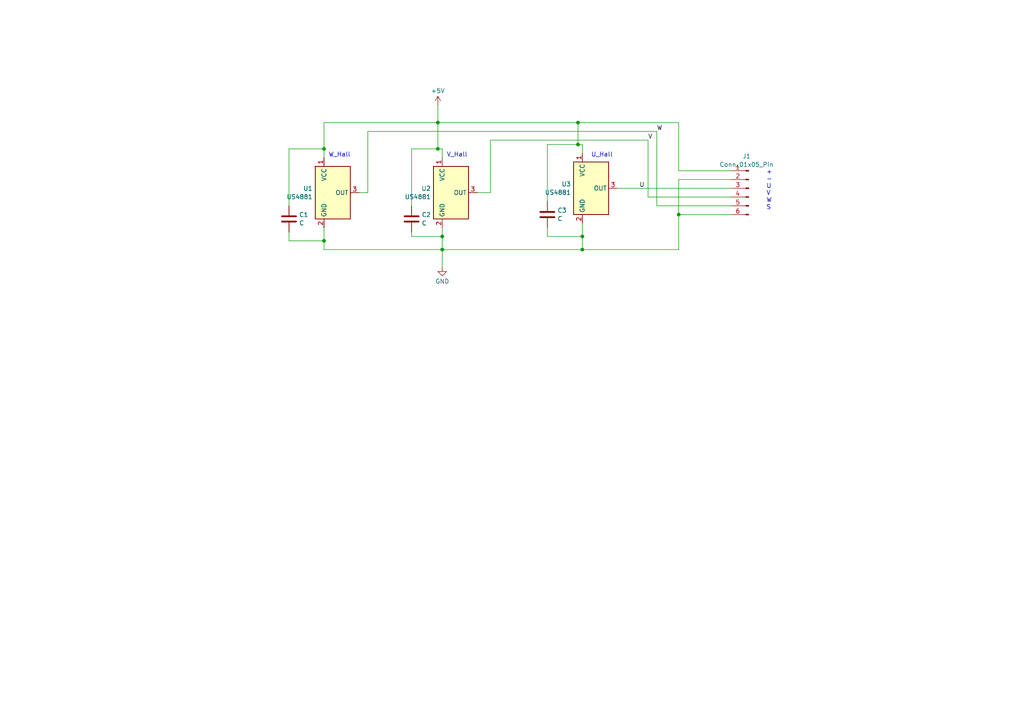
<source format=kicad_sch>
(kicad_sch (version 20230121) (generator eeschema)

  (uuid dbb886c4-206c-4b4e-978e-02037fee67dc)

  (paper "A4")

  (lib_symbols
    (symbol "Connector:Conn_01x06_Pin" (pin_names (offset 1.016) hide) (in_bom yes) (on_board yes)
      (property "Reference" "J" (at 0 7.62 0)
        (effects (font (size 1.27 1.27)))
      )
      (property "Value" "Conn_01x06_Pin" (at 0 -10.16 0)
        (effects (font (size 1.27 1.27)))
      )
      (property "Footprint" "" (at 0 0 0)
        (effects (font (size 1.27 1.27)) hide)
      )
      (property "Datasheet" "~" (at 0 0 0)
        (effects (font (size 1.27 1.27)) hide)
      )
      (property "ki_locked" "" (at 0 0 0)
        (effects (font (size 1.27 1.27)))
      )
      (property "ki_keywords" "connector" (at 0 0 0)
        (effects (font (size 1.27 1.27)) hide)
      )
      (property "ki_description" "Generic connector, single row, 01x06, script generated" (at 0 0 0)
        (effects (font (size 1.27 1.27)) hide)
      )
      (property "ki_fp_filters" "Connector*:*_1x??_*" (at 0 0 0)
        (effects (font (size 1.27 1.27)) hide)
      )
      (symbol "Conn_01x06_Pin_1_1"
        (polyline
          (pts
            (xy 1.27 -7.62)
            (xy 0.8636 -7.62)
          )
          (stroke (width 0.1524) (type default))
          (fill (type none))
        )
        (polyline
          (pts
            (xy 1.27 -5.08)
            (xy 0.8636 -5.08)
          )
          (stroke (width 0.1524) (type default))
          (fill (type none))
        )
        (polyline
          (pts
            (xy 1.27 -2.54)
            (xy 0.8636 -2.54)
          )
          (stroke (width 0.1524) (type default))
          (fill (type none))
        )
        (polyline
          (pts
            (xy 1.27 0)
            (xy 0.8636 0)
          )
          (stroke (width 0.1524) (type default))
          (fill (type none))
        )
        (polyline
          (pts
            (xy 1.27 2.54)
            (xy 0.8636 2.54)
          )
          (stroke (width 0.1524) (type default))
          (fill (type none))
        )
        (polyline
          (pts
            (xy 1.27 5.08)
            (xy 0.8636 5.08)
          )
          (stroke (width 0.1524) (type default))
          (fill (type none))
        )
        (rectangle (start 0.8636 -7.493) (end 0 -7.747)
          (stroke (width 0.1524) (type default))
          (fill (type outline))
        )
        (rectangle (start 0.8636 -4.953) (end 0 -5.207)
          (stroke (width 0.1524) (type default))
          (fill (type outline))
        )
        (rectangle (start 0.8636 -2.413) (end 0 -2.667)
          (stroke (width 0.1524) (type default))
          (fill (type outline))
        )
        (rectangle (start 0.8636 0.127) (end 0 -0.127)
          (stroke (width 0.1524) (type default))
          (fill (type outline))
        )
        (rectangle (start 0.8636 2.667) (end 0 2.413)
          (stroke (width 0.1524) (type default))
          (fill (type outline))
        )
        (rectangle (start 0.8636 5.207) (end 0 4.953)
          (stroke (width 0.1524) (type default))
          (fill (type outline))
        )
        (pin passive line (at 5.08 5.08 180) (length 3.81)
          (name "Pin_1" (effects (font (size 1.27 1.27))))
          (number "1" (effects (font (size 1.27 1.27))))
        )
        (pin passive line (at 5.08 2.54 180) (length 3.81)
          (name "Pin_2" (effects (font (size 1.27 1.27))))
          (number "2" (effects (font (size 1.27 1.27))))
        )
        (pin passive line (at 5.08 0 180) (length 3.81)
          (name "Pin_3" (effects (font (size 1.27 1.27))))
          (number "3" (effects (font (size 1.27 1.27))))
        )
        (pin passive line (at 5.08 -2.54 180) (length 3.81)
          (name "Pin_4" (effects (font (size 1.27 1.27))))
          (number "4" (effects (font (size 1.27 1.27))))
        )
        (pin passive line (at 5.08 -5.08 180) (length 3.81)
          (name "Pin_5" (effects (font (size 1.27 1.27))))
          (number "5" (effects (font (size 1.27 1.27))))
        )
        (pin passive line (at 5.08 -7.62 180) (length 3.81)
          (name "Pin_6" (effects (font (size 1.27 1.27))))
          (number "6" (effects (font (size 1.27 1.27))))
        )
      )
    )
    (symbol "Device:C" (pin_numbers hide) (pin_names (offset 0.254)) (in_bom yes) (on_board yes)
      (property "Reference" "C" (at 0.635 2.54 0)
        (effects (font (size 1.27 1.27)) (justify left))
      )
      (property "Value" "C" (at 0.635 -2.54 0)
        (effects (font (size 1.27 1.27)) (justify left))
      )
      (property "Footprint" "" (at 0.9652 -3.81 0)
        (effects (font (size 1.27 1.27)) hide)
      )
      (property "Datasheet" "~" (at 0 0 0)
        (effects (font (size 1.27 1.27)) hide)
      )
      (property "ki_keywords" "cap capacitor" (at 0 0 0)
        (effects (font (size 1.27 1.27)) hide)
      )
      (property "ki_description" "Unpolarized capacitor" (at 0 0 0)
        (effects (font (size 1.27 1.27)) hide)
      )
      (property "ki_fp_filters" "C_*" (at 0 0 0)
        (effects (font (size 1.27 1.27)) hide)
      )
      (symbol "C_0_1"
        (polyline
          (pts
            (xy -2.032 -0.762)
            (xy 2.032 -0.762)
          )
          (stroke (width 0.508) (type default))
          (fill (type none))
        )
        (polyline
          (pts
            (xy -2.032 0.762)
            (xy 2.032 0.762)
          )
          (stroke (width 0.508) (type default))
          (fill (type none))
        )
      )
      (symbol "C_1_1"
        (pin passive line (at 0 3.81 270) (length 2.794)
          (name "~" (effects (font (size 1.27 1.27))))
          (number "1" (effects (font (size 1.27 1.27))))
        )
        (pin passive line (at 0 -3.81 90) (length 2.794)
          (name "~" (effects (font (size 1.27 1.27))))
          (number "2" (effects (font (size 1.27 1.27))))
        )
      )
    )
    (symbol "Sensor_Magnetic:DRV5033FAxLPG" (in_bom yes) (on_board yes)
      (property "Reference" "U" (at 5.08 12.7 0)
        (effects (font (size 1.27 1.27)))
      )
      (property "Value" "DRV5033FAxLPG" (at 7.62 10.16 0)
        (effects (font (size 1.27 1.27)))
      )
      (property "Footprint" "Package_TO_SOT_THT:TO-92_Inline" (at 0 0 0)
        (effects (font (size 1.27 1.27)) hide)
      )
      (property "Datasheet" "https://www.ti.com/lit/ds/symlink/drv5033.pdf" (at 0 0 0)
        (effects (font (size 1.27 1.27)) hide)
      )
      (property "ki_keywords" "Digital Omnipolar Switch Hall Effect Sensor" (at 0 0 0)
        (effects (font (size 1.27 1.27)) hide)
      )
      (property "ki_description" "±3.5 / ±2 mT, 20-kHz, 2-38V, TO-92" (at 0 0 0)
        (effects (font (size 1.27 1.27)) hide)
      )
      (property "ki_fp_filters" "TO?92*" (at 0 0 0)
        (effects (font (size 1.27 1.27)) hide)
      )
      (symbol "DRV5033FAxLPG_1_1"
        (rectangle (start -5.08 7.62) (end 5.08 -7.62)
          (stroke (width 0.254) (type default))
          (fill (type background))
        )
        (pin power_in line (at -2.54 10.16 270) (length 2.54)
          (name "VCC" (effects (font (size 1.27 1.27))))
          (number "1" (effects (font (size 1.27 1.27))))
        )
        (pin power_in line (at -2.54 -10.16 90) (length 2.54)
          (name "GND" (effects (font (size 1.27 1.27))))
          (number "2" (effects (font (size 1.27 1.27))))
        )
        (pin output line (at 7.62 0 180) (length 2.54)
          (name "OUT" (effects (font (size 1.27 1.27))))
          (number "3" (effects (font (size 1.27 1.27))))
        )
      )
    )
    (symbol "power:+5V" (power) (pin_names (offset 0)) (in_bom yes) (on_board yes)
      (property "Reference" "#PWR" (at 0 -3.81 0)
        (effects (font (size 1.27 1.27)) hide)
      )
      (property "Value" "+5V" (at 0 3.556 0)
        (effects (font (size 1.27 1.27)))
      )
      (property "Footprint" "" (at 0 0 0)
        (effects (font (size 1.27 1.27)) hide)
      )
      (property "Datasheet" "" (at 0 0 0)
        (effects (font (size 1.27 1.27)) hide)
      )
      (property "ki_keywords" "global power" (at 0 0 0)
        (effects (font (size 1.27 1.27)) hide)
      )
      (property "ki_description" "Power symbol creates a global label with name \"+5V\"" (at 0 0 0)
        (effects (font (size 1.27 1.27)) hide)
      )
      (symbol "+5V_0_1"
        (polyline
          (pts
            (xy -0.762 1.27)
            (xy 0 2.54)
          )
          (stroke (width 0) (type default))
          (fill (type none))
        )
        (polyline
          (pts
            (xy 0 0)
            (xy 0 2.54)
          )
          (stroke (width 0) (type default))
          (fill (type none))
        )
        (polyline
          (pts
            (xy 0 2.54)
            (xy 0.762 1.27)
          )
          (stroke (width 0) (type default))
          (fill (type none))
        )
      )
      (symbol "+5V_1_1"
        (pin power_in line (at 0 0 90) (length 0) hide
          (name "+5V" (effects (font (size 1.27 1.27))))
          (number "1" (effects (font (size 1.27 1.27))))
        )
      )
    )
    (symbol "power:GND" (power) (pin_names (offset 0)) (in_bom yes) (on_board yes)
      (property "Reference" "#PWR" (at 0 -6.35 0)
        (effects (font (size 1.27 1.27)) hide)
      )
      (property "Value" "GND" (at 0 -3.81 0)
        (effects (font (size 1.27 1.27)))
      )
      (property "Footprint" "" (at 0 0 0)
        (effects (font (size 1.27 1.27)) hide)
      )
      (property "Datasheet" "" (at 0 0 0)
        (effects (font (size 1.27 1.27)) hide)
      )
      (property "ki_keywords" "global power" (at 0 0 0)
        (effects (font (size 1.27 1.27)) hide)
      )
      (property "ki_description" "Power symbol creates a global label with name \"GND\" , ground" (at 0 0 0)
        (effects (font (size 1.27 1.27)) hide)
      )
      (symbol "GND_0_1"
        (polyline
          (pts
            (xy 0 0)
            (xy 0 -1.27)
            (xy 1.27 -1.27)
            (xy 0 -2.54)
            (xy -1.27 -1.27)
            (xy 0 -1.27)
          )
          (stroke (width 0) (type default))
          (fill (type none))
        )
      )
      (symbol "GND_1_1"
        (pin power_in line (at 0 0 270) (length 0) hide
          (name "GND" (effects (font (size 1.27 1.27))))
          (number "1" (effects (font (size 1.27 1.27))))
        )
      )
    )
  )

  (junction (at 167.64 35.56) (diameter 0) (color 0 0 0 0)
    (uuid 1489fca4-f8d2-4cf0-9f83-e4a659bb6dca)
  )
  (junction (at 196.85 62.23) (diameter 0) (color 0 0 0 0)
    (uuid 44577cd9-b93b-4464-85f0-7a42c2e1a6e9)
  )
  (junction (at 127 35.56) (diameter 0) (color 0 0 0 0)
    (uuid 46f5fce5-0e80-49a8-a2d4-cd3dc0b1b164)
  )
  (junction (at 93.98 43.18) (diameter 0) (color 0 0 0 0)
    (uuid 558d30df-2296-4885-8e3f-83a7946fff7e)
  )
  (junction (at 127 43.18) (diameter 0) (color 0 0 0 0)
    (uuid 959277c6-0034-4217-90e6-315848146dc6)
  )
  (junction (at 167.64 41.91) (diameter 0) (color 0 0 0 0)
    (uuid 989e51a6-dc8a-4c31-9e3d-32b044d5ed10)
  )
  (junction (at 128.27 68.58) (diameter 0) (color 0 0 0 0)
    (uuid a044aae3-6438-42e3-8c21-2651fa5409b7)
  )
  (junction (at 128.27 72.39) (diameter 0) (color 0 0 0 0)
    (uuid a16ffd78-74af-4322-88df-9e2e69823f8d)
  )
  (junction (at 168.91 68.58) (diameter 0) (color 0 0 0 0)
    (uuid a79c0020-fe14-4494-9f37-de149c532f43)
  )
  (junction (at 168.91 72.39) (diameter 0) (color 0 0 0 0)
    (uuid d141989e-56e8-4884-8f17-7e357ddc39e3)
  )
  (junction (at 93.98 69.85) (diameter 0) (color 0 0 0 0)
    (uuid e74bff7f-9b19-43ad-b570-cb1805fe8fda)
  )

  (wire (pts (xy 119.38 67.31) (xy 119.38 68.58))
    (stroke (width 0) (type default))
    (uuid 017e3ea7-26bd-47f2-a9d3-9ecc7588b906)
  )
  (wire (pts (xy 127 43.18) (xy 128.27 43.18))
    (stroke (width 0) (type default))
    (uuid 028547b6-0808-40c5-b452-8ee3cd884d1b)
  )
  (wire (pts (xy 196.85 62.23) (xy 212.09 62.23))
    (stroke (width 0) (type default))
    (uuid 04330478-df70-4b54-8581-92ae35698524)
  )
  (wire (pts (xy 138.43 55.88) (xy 142.24 55.88))
    (stroke (width 0) (type default))
    (uuid 0b003afa-daa1-4c39-a666-dd394d65b9b4)
  )
  (wire (pts (xy 83.82 59.69) (xy 83.82 43.18))
    (stroke (width 0) (type default))
    (uuid 0bca3a6c-89d5-4a32-ad3f-f61a43770e78)
  )
  (wire (pts (xy 128.27 72.39) (xy 128.27 77.47))
    (stroke (width 0) (type default))
    (uuid 1110cfdf-278c-45ac-b291-b9d4e5aec99a)
  )
  (wire (pts (xy 128.27 72.39) (xy 128.27 68.58))
    (stroke (width 0) (type default))
    (uuid 12082bc0-e21b-495c-8379-15d30f20b80c)
  )
  (wire (pts (xy 127 35.56) (xy 127 43.18))
    (stroke (width 0) (type default))
    (uuid 1263e5f4-1e61-45b4-8529-35a7a2a22334)
  )
  (wire (pts (xy 196.85 72.39) (xy 196.85 62.23))
    (stroke (width 0) (type default))
    (uuid 1315f84f-ee09-4d92-ad55-e29640640cd1)
  )
  (wire (pts (xy 158.75 58.42) (xy 158.75 41.91))
    (stroke (width 0) (type default))
    (uuid 14b8c7c3-07e8-4fff-85e8-2a03e86e12da)
  )
  (wire (pts (xy 93.98 72.39) (xy 128.27 72.39))
    (stroke (width 0) (type default))
    (uuid 1d733650-7609-4107-a063-a6d09b0c3503)
  )
  (wire (pts (xy 83.82 69.85) (xy 93.98 69.85))
    (stroke (width 0) (type default))
    (uuid 21a5243e-0e2b-47c8-887f-32a200418770)
  )
  (wire (pts (xy 167.64 35.56) (xy 127 35.56))
    (stroke (width 0) (type default))
    (uuid 24a9894a-df99-456b-b2c1-0d6d484f42c2)
  )
  (wire (pts (xy 119.38 43.18) (xy 127 43.18))
    (stroke (width 0) (type default))
    (uuid 25f74e57-03b7-4cd3-b726-8ac621447e71)
  )
  (wire (pts (xy 119.38 68.58) (xy 128.27 68.58))
    (stroke (width 0) (type default))
    (uuid 2d001eed-ebf1-451d-af6c-41fdbcb4715a)
  )
  (wire (pts (xy 106.68 55.88) (xy 106.68 38.1))
    (stroke (width 0) (type default))
    (uuid 3185a213-213c-4ac9-bef2-01bb1c5fa9c5)
  )
  (wire (pts (xy 93.98 45.72) (xy 93.98 43.18))
    (stroke (width 0) (type default))
    (uuid 329c8f86-9533-40e3-871f-e82dff552124)
  )
  (wire (pts (xy 196.85 52.07) (xy 212.09 52.07))
    (stroke (width 0) (type default))
    (uuid 33047435-1467-473d-89cd-28287c67e473)
  )
  (wire (pts (xy 167.64 35.56) (xy 167.64 41.91))
    (stroke (width 0) (type default))
    (uuid 3a4fecdf-5dfa-4d8b-bd5a-d9e2b5acb1ef)
  )
  (wire (pts (xy 93.98 66.04) (xy 93.98 69.85))
    (stroke (width 0) (type default))
    (uuid 52698fd7-bff7-43c4-bb90-c386526b617d)
  )
  (wire (pts (xy 167.64 35.56) (xy 196.85 35.56))
    (stroke (width 0) (type default))
    (uuid 541b9385-4f6d-48e1-b35e-86b62485f020)
  )
  (wire (pts (xy 190.5 38.1) (xy 190.5 59.69))
    (stroke (width 0) (type default))
    (uuid 670f0e77-db4b-47dc-97b3-bd668cd8d817)
  )
  (wire (pts (xy 187.96 40.64) (xy 187.96 57.15))
    (stroke (width 0) (type default))
    (uuid 698ee7a0-d9b8-4ce4-b285-8f57f81ceedd)
  )
  (wire (pts (xy 93.98 43.18) (xy 93.98 35.56))
    (stroke (width 0) (type default))
    (uuid 72649dc2-cb6b-4eda-ab26-c5e2c12c2173)
  )
  (wire (pts (xy 168.91 64.77) (xy 168.91 68.58))
    (stroke (width 0) (type default))
    (uuid 7dfea708-51ad-4a6e-94d6-c56e7874ce9c)
  )
  (wire (pts (xy 106.68 38.1) (xy 190.5 38.1))
    (stroke (width 0) (type default))
    (uuid 8113795d-1494-4f1b-9a18-f222a03906b1)
  )
  (wire (pts (xy 128.27 43.18) (xy 128.27 45.72))
    (stroke (width 0) (type default))
    (uuid 84ecd5cd-0115-4076-b876-ebad32ed6fb9)
  )
  (wire (pts (xy 168.91 72.39) (xy 196.85 72.39))
    (stroke (width 0) (type default))
    (uuid 854fac10-04f0-4901-97c5-4c86a9fcfb42)
  )
  (wire (pts (xy 93.98 69.85) (xy 93.98 72.39))
    (stroke (width 0) (type default))
    (uuid 866c2b24-7bc5-40e5-9ed8-bee3bb24dd78)
  )
  (wire (pts (xy 158.75 41.91) (xy 167.64 41.91))
    (stroke (width 0) (type default))
    (uuid 8e5f23a8-b7e8-47fe-8108-0ae665750485)
  )
  (wire (pts (xy 128.27 68.58) (xy 128.27 66.04))
    (stroke (width 0) (type default))
    (uuid 9b80312b-dd20-4f99-bf3b-2483fc9db144)
  )
  (wire (pts (xy 196.85 52.07) (xy 196.85 62.23))
    (stroke (width 0) (type default))
    (uuid 9cf9dd6c-04a9-453b-a4f6-04b01fbb45d2)
  )
  (wire (pts (xy 168.91 44.45) (xy 168.91 41.91))
    (stroke (width 0) (type default))
    (uuid a9ce2c09-3a19-4050-87c7-f7e4732e4d0b)
  )
  (wire (pts (xy 168.91 72.39) (xy 128.27 72.39))
    (stroke (width 0) (type default))
    (uuid b2c1d24d-7272-4876-b3cd-1db32399f05c)
  )
  (wire (pts (xy 83.82 43.18) (xy 93.98 43.18))
    (stroke (width 0) (type default))
    (uuid b32d3759-342a-4216-b69c-f7d4394a702c)
  )
  (wire (pts (xy 142.24 40.64) (xy 187.96 40.64))
    (stroke (width 0) (type default))
    (uuid b5ff8492-f1f5-4727-8d45-5d860fc06d48)
  )
  (wire (pts (xy 93.98 35.56) (xy 127 35.56))
    (stroke (width 0) (type default))
    (uuid ba049ed8-eb93-45ee-a838-cc6775c35b76)
  )
  (wire (pts (xy 187.96 57.15) (xy 212.09 57.15))
    (stroke (width 0) (type default))
    (uuid bbc9326b-879c-41ab-8ca3-2a32dc9a01d9)
  )
  (wire (pts (xy 119.38 59.69) (xy 119.38 43.18))
    (stroke (width 0) (type default))
    (uuid befe04ce-6832-400e-8da4-c7db13b38820)
  )
  (wire (pts (xy 104.14 55.88) (xy 106.68 55.88))
    (stroke (width 0) (type default))
    (uuid c4534329-e963-4c45-a833-7f0e97740225)
  )
  (wire (pts (xy 158.75 68.58) (xy 168.91 68.58))
    (stroke (width 0) (type default))
    (uuid c6ae2865-c901-4578-a174-e7f2312ff435)
  )
  (wire (pts (xy 190.5 59.69) (xy 212.09 59.69))
    (stroke (width 0) (type default))
    (uuid ce0f18cb-40a5-4cf8-bcbe-ce0356d05772)
  )
  (wire (pts (xy 179.07 54.61) (xy 212.09 54.61))
    (stroke (width 0) (type default))
    (uuid cea3cea5-3df9-410f-b84a-df81bc2ba2b5)
  )
  (wire (pts (xy 167.64 41.91) (xy 168.91 41.91))
    (stroke (width 0) (type default))
    (uuid d8087002-fbbc-4109-a1ef-402eaa6a7eda)
  )
  (wire (pts (xy 142.24 55.88) (xy 142.24 40.64))
    (stroke (width 0) (type default))
    (uuid dc62cd01-d34f-4496-9155-0742035627cc)
  )
  (wire (pts (xy 168.91 68.58) (xy 168.91 72.39))
    (stroke (width 0) (type default))
    (uuid def99c36-37af-4dc1-8a82-29eba43f31df)
  )
  (wire (pts (xy 196.85 35.56) (xy 196.85 49.53))
    (stroke (width 0) (type default))
    (uuid df12207a-0a73-43eb-8710-3c7c32e04b95)
  )
  (wire (pts (xy 127 35.56) (xy 127 30.48))
    (stroke (width 0) (type default))
    (uuid e22c3008-a9c2-4771-9deb-f5b14b8f9f84)
  )
  (wire (pts (xy 83.82 67.31) (xy 83.82 69.85))
    (stroke (width 0) (type default))
    (uuid f7e251ba-33c4-499e-8ff4-1820b9e6be77)
  )
  (wire (pts (xy 196.85 49.53) (xy 212.09 49.53))
    (stroke (width 0) (type default))
    (uuid fac5a7ed-52f4-4ce1-b506-27d95e2a676b)
  )
  (wire (pts (xy 158.75 66.04) (xy 158.75 68.58))
    (stroke (width 0) (type default))
    (uuid fd473b42-bb9b-4580-923b-399fdccea02a)
  )

  (text "W_Hall" (at 95.25 45.72 0)
    (effects (font (size 1.27 1.27)) (justify left bottom))
    (uuid 1c8bdd66-5306-4b4a-bbf9-8e98b69ce1d3)
  )
  (text "U_Hall" (at 171.45 45.72 0)
    (effects (font (size 1.27 1.27)) (justify left bottom))
    (uuid 5ea35dd8-5d47-4eae-9090-dbd45a2be92c)
  )
  (text "+\n-\nU\nV\nW\nS" (at 222.25 60.96 0)
    (effects (font (size 1.27 1.27)) (justify left bottom))
    (uuid ac1b2130-0b0f-4cfa-bdf6-24794680f54e)
  )
  (text "V_Hall" (at 129.54 45.72 0)
    (effects (font (size 1.27 1.27)) (justify left bottom))
    (uuid e6f31cc8-e593-4cb0-ae3e-36a79749dc28)
  )

  (label "V" (at 187.96 40.64 0) (fields_autoplaced)
    (effects (font (size 1.27 1.27)) (justify left bottom))
    (uuid 1522b187-03bf-4807-ba06-8d6600d5e5e3)
  )
  (label "U" (at 185.42 54.61 0) (fields_autoplaced)
    (effects (font (size 1.27 1.27)) (justify left bottom))
    (uuid 6fa5becd-1453-42c7-8f37-4a81e294ac22)
  )
  (label "W" (at 190.5 38.1 0) (fields_autoplaced)
    (effects (font (size 1.27 1.27)) (justify left bottom))
    (uuid a0bf46c0-303e-4745-81b9-6eb75e7720ce)
  )

  (symbol (lib_id "power:GND") (at 128.27 77.47 0) (unit 1)
    (in_bom yes) (on_board yes) (dnp no) (fields_autoplaced)
    (uuid 04acd2da-df00-4be7-9339-38fd5f8d1950)
    (property "Reference" "#PWR01" (at 128.27 83.82 0)
      (effects (font (size 1.27 1.27)) hide)
    )
    (property "Value" "GND" (at 128.27 81.6031 0)
      (effects (font (size 1.27 1.27)))
    )
    (property "Footprint" "" (at 128.27 77.47 0)
      (effects (font (size 1.27 1.27)) hide)
    )
    (property "Datasheet" "" (at 128.27 77.47 0)
      (effects (font (size 1.27 1.27)) hide)
    )
    (pin "1" (uuid 1aff1ad8-6609-4400-8cb8-bd64cddfd331))
    (instances
      (project "BackHallSensorBoard"
        (path "/dbb886c4-206c-4b4e-978e-02037fee67dc"
          (reference "#PWR01") (unit 1)
        )
      )
    )
  )

  (symbol (lib_id "power:+5V") (at 127 30.48 0) (unit 1)
    (in_bom yes) (on_board yes) (dnp no) (fields_autoplaced)
    (uuid 086ced28-24c5-4099-be79-3374b0bebf89)
    (property "Reference" "#PWR02" (at 127 34.29 0)
      (effects (font (size 1.27 1.27)) hide)
    )
    (property "Value" "+5V" (at 127 26.3469 0)
      (effects (font (size 1.27 1.27)))
    )
    (property "Footprint" "" (at 127 30.48 0)
      (effects (font (size 1.27 1.27)) hide)
    )
    (property "Datasheet" "" (at 127 30.48 0)
      (effects (font (size 1.27 1.27)) hide)
    )
    (pin "1" (uuid f9e36ff2-0c38-42c1-b2fc-27dae9ab4638))
    (instances
      (project "BackHallSensorBoard"
        (path "/dbb886c4-206c-4b4e-978e-02037fee67dc"
          (reference "#PWR02") (unit 1)
        )
      )
    )
  )

  (symbol (lib_id "Device:C") (at 119.38 63.5 0) (unit 1)
    (in_bom yes) (on_board yes) (dnp no) (fields_autoplaced)
    (uuid 1b0ecfeb-7da1-4b81-a62a-7ebc8318667d)
    (property "Reference" "C2" (at 122.301 62.2879 0)
      (effects (font (size 1.27 1.27)) (justify left))
    )
    (property "Value" "C" (at 122.301 64.7121 0)
      (effects (font (size 1.27 1.27)) (justify left))
    )
    (property "Footprint" "Capacitor_SMD:C_0603_1608Metric_Pad1.08x0.95mm_HandSolder" (at 120.3452 67.31 0)
      (effects (font (size 1.27 1.27)) hide)
    )
    (property "Datasheet" "~" (at 119.38 63.5 0)
      (effects (font (size 1.27 1.27)) hide)
    )
    (pin "1" (uuid dfebdaec-698b-47bc-ac9b-500b3c887c82))
    (pin "2" (uuid 3a71289d-cd2f-4d65-809e-c31612e03aab))
    (instances
      (project "BackHallSensorBoard"
        (path "/dbb886c4-206c-4b4e-978e-02037fee67dc"
          (reference "C2") (unit 1)
        )
      )
    )
  )

  (symbol (lib_id "Device:C") (at 83.82 63.5 0) (unit 1)
    (in_bom yes) (on_board yes) (dnp no) (fields_autoplaced)
    (uuid 38384b2e-9666-4f29-8ea2-8f4944879df5)
    (property "Reference" "C1" (at 86.741 62.2879 0)
      (effects (font (size 1.27 1.27)) (justify left))
    )
    (property "Value" "C" (at 86.741 64.7121 0)
      (effects (font (size 1.27 1.27)) (justify left))
    )
    (property "Footprint" "Capacitor_SMD:C_0603_1608Metric_Pad1.08x0.95mm_HandSolder" (at 84.7852 67.31 0)
      (effects (font (size 1.27 1.27)) hide)
    )
    (property "Datasheet" "~" (at 83.82 63.5 0)
      (effects (font (size 1.27 1.27)) hide)
    )
    (pin "1" (uuid e7916836-f13e-4be7-8e77-926e0edd570f))
    (pin "2" (uuid 1df69058-04db-44c3-93b2-ebff0ad648d7))
    (instances
      (project "BackHallSensorBoard"
        (path "/dbb886c4-206c-4b4e-978e-02037fee67dc"
          (reference "C1") (unit 1)
        )
      )
    )
  )

  (symbol (lib_id "Sensor_Magnetic:DRV5033FAxLPG") (at 96.52 55.88 0) (unit 1)
    (in_bom yes) (on_board yes) (dnp no) (fields_autoplaced)
    (uuid 67096c05-d775-431e-a260-1cf08310872f)
    (property "Reference" "U1" (at 90.678 54.6679 0)
      (effects (font (size 1.27 1.27)) (justify right))
    )
    (property "Value" "US4881" (at 90.678 57.0921 0)
      (effects (font (size 1.27 1.27)) (justify right))
    )
    (property "Footprint" "Connector_PinHeader_1.27mm:PinHeader_1x03_P1.27mm_Vertical_SMD_Pin1Left" (at 96.52 55.88 0)
      (effects (font (size 1.27 1.27)) hide)
    )
    (property "Datasheet" "https://www.ti.com/lit/ds/symlink/drv5033.pdf" (at 96.52 55.88 0)
      (effects (font (size 1.27 1.27)) hide)
    )
    (pin "1" (uuid 7f27cecc-464a-47b4-8ca1-5c5322b1b3e7))
    (pin "2" (uuid 57c0edf0-6cbb-4ad2-a052-fc6422186c41))
    (pin "3" (uuid 0c90d959-503c-4290-b6c9-da4faf6afd7a))
    (instances
      (project "BackHallSensorBoard"
        (path "/dbb886c4-206c-4b4e-978e-02037fee67dc"
          (reference "U1") (unit 1)
        )
      )
    )
  )

  (symbol (lib_id "Sensor_Magnetic:DRV5033FAxLPG") (at 130.81 55.88 0) (unit 1)
    (in_bom yes) (on_board yes) (dnp no) (fields_autoplaced)
    (uuid 711ba39f-3590-4b0d-8f61-b69a3e1a8484)
    (property "Reference" "U2" (at 124.968 54.6679 0)
      (effects (font (size 1.27 1.27)) (justify right))
    )
    (property "Value" "US4881" (at 124.968 57.0921 0)
      (effects (font (size 1.27 1.27)) (justify right))
    )
    (property "Footprint" "Connector_PinHeader_1.27mm:PinHeader_1x03_P1.27mm_Vertical_SMD_Pin1Left" (at 130.81 55.88 0)
      (effects (font (size 1.27 1.27)) hide)
    )
    (property "Datasheet" "https://www.ti.com/lit/ds/symlink/drv5033.pdf" (at 130.81 55.88 0)
      (effects (font (size 1.27 1.27)) hide)
    )
    (pin "1" (uuid a12bcd60-a963-417a-b3df-329c46f90a8b))
    (pin "2" (uuid 9538b9cd-8441-4037-968c-7a5f1251db8e))
    (pin "3" (uuid 6e7e0dfa-506e-40b8-9f8e-f063a3e0edf6))
    (instances
      (project "BackHallSensorBoard"
        (path "/dbb886c4-206c-4b4e-978e-02037fee67dc"
          (reference "U2") (unit 1)
        )
      )
    )
  )

  (symbol (lib_id "Device:C") (at 158.75 62.23 0) (unit 1)
    (in_bom yes) (on_board yes) (dnp no) (fields_autoplaced)
    (uuid 8d7a214f-d9f0-410d-8152-f8c9d79ac320)
    (property "Reference" "C3" (at 161.671 61.0179 0)
      (effects (font (size 1.27 1.27)) (justify left))
    )
    (property "Value" "C" (at 161.671 63.4421 0)
      (effects (font (size 1.27 1.27)) (justify left))
    )
    (property "Footprint" "Capacitor_SMD:C_0603_1608Metric_Pad1.08x0.95mm_HandSolder" (at 159.7152 66.04 0)
      (effects (font (size 1.27 1.27)) hide)
    )
    (property "Datasheet" "~" (at 158.75 62.23 0)
      (effects (font (size 1.27 1.27)) hide)
    )
    (pin "1" (uuid 5e359637-ec31-40cb-af84-6047641bba8e))
    (pin "2" (uuid 8fe48c3c-240d-468c-9a2f-6b3b5b05670f))
    (instances
      (project "BackHallSensorBoard"
        (path "/dbb886c4-206c-4b4e-978e-02037fee67dc"
          (reference "C3") (unit 1)
        )
      )
    )
  )

  (symbol (lib_id "Connector:Conn_01x06_Pin") (at 217.17 54.61 0) (mirror y) (unit 1)
    (in_bom yes) (on_board yes) (dnp no)
    (uuid 9a0bc5c6-242b-4b4e-a999-c304a48df872)
    (property "Reference" "J1" (at 216.535 45.3095 0)
      (effects (font (size 1.27 1.27)))
    )
    (property "Value" "Conn_01x05_Pin" (at 216.535 47.7337 0)
      (effects (font (size 1.27 1.27)))
    )
    (property "Footprint" "Connector_PinHeader_1.27mm:PinHeader_1x06_P1.27mm_Vertical_SMD_Pin1Left" (at 217.17 54.61 0)
      (effects (font (size 1.27 1.27)) hide)
    )
    (property "Datasheet" "~" (at 217.17 54.61 0)
      (effects (font (size 1.27 1.27)) hide)
    )
    (pin "1" (uuid 6c410a1b-6c80-4192-a6d0-e2f276bd5421))
    (pin "2" (uuid cdc81583-e60f-43e2-a67a-ace61990db82))
    (pin "3" (uuid abe6ff20-444f-44db-b98d-b96686ac0c94))
    (pin "4" (uuid 1a3f136f-e14f-4662-8761-2472ace3c65e))
    (pin "5" (uuid 78d20cbd-bc5d-4a7a-86dd-a16b96a703ef))
    (pin "6" (uuid 4027e12e-47f5-410a-b855-984ae3407616))
    (instances
      (project "BackHallSensorBoard"
        (path "/dbb886c4-206c-4b4e-978e-02037fee67dc"
          (reference "J1") (unit 1)
        )
      )
    )
  )

  (symbol (lib_id "Sensor_Magnetic:DRV5033FAxLPG") (at 171.45 54.61 0) (unit 1)
    (in_bom yes) (on_board yes) (dnp no) (fields_autoplaced)
    (uuid bca9cec2-a167-43c1-b6a9-2356cabff821)
    (property "Reference" "U3" (at 165.608 53.3979 0)
      (effects (font (size 1.27 1.27)) (justify right))
    )
    (property "Value" "US4881" (at 165.608 55.8221 0)
      (effects (font (size 1.27 1.27)) (justify right))
    )
    (property "Footprint" "Connector_PinHeader_1.27mm:PinHeader_1x03_P1.27mm_Vertical_SMD_Pin1Left" (at 171.45 54.61 0)
      (effects (font (size 1.27 1.27)) hide)
    )
    (property "Datasheet" "https://www.ti.com/lit/ds/symlink/drv5033.pdf" (at 171.45 54.61 0)
      (effects (font (size 1.27 1.27)) hide)
    )
    (pin "1" (uuid 0629339f-39a2-4ef2-ab58-a02f5346a70d))
    (pin "2" (uuid 0df8b68d-f2d6-4aed-8da5-44b9bc0bf9d5))
    (pin "3" (uuid da1772be-7adb-4d3e-a9a1-d714a41a39c8))
    (instances
      (project "BackHallSensorBoard"
        (path "/dbb886c4-206c-4b4e-978e-02037fee67dc"
          (reference "U3") (unit 1)
        )
      )
    )
  )

  (sheet_instances
    (path "/" (page "1"))
  )
)

</source>
